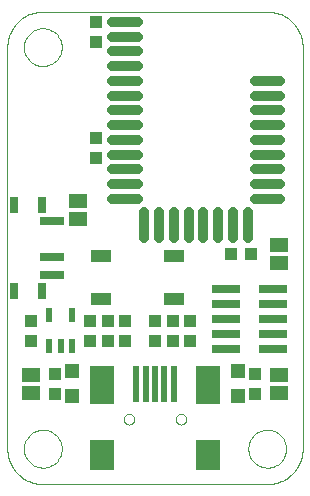
<source format=gtp>
G75*
G70*
%OFA0B0*%
%FSLAX24Y24*%
%IPPOS*%
%LPD*%
%AMOC8*
5,1,8,0,0,1.08239X$1,22.5*
%
%ADD10C,0.0000*%
%ADD11C,0.0335*%
%ADD12R,0.0630X0.0460*%
%ADD13R,0.0472X0.0472*%
%ADD14R,0.0787X0.0984*%
%ADD15R,0.0787X0.1299*%
%ADD16R,0.0197X0.1220*%
%ADD17R,0.0709X0.0433*%
%ADD18R,0.0945X0.0299*%
%ADD19R,0.0217X0.0472*%
%ADD20R,0.0394X0.0433*%
%ADD21R,0.0433X0.0394*%
%ADD22R,0.0315X0.0551*%
%ADD23R,0.0787X0.0315*%
D10*
X002428Y001468D02*
X002428Y014853D01*
X002979Y014853D02*
X002981Y014903D01*
X002987Y014953D01*
X002997Y015002D01*
X003011Y015050D01*
X003028Y015097D01*
X003049Y015142D01*
X003074Y015186D01*
X003102Y015227D01*
X003134Y015266D01*
X003168Y015303D01*
X003205Y015337D01*
X003245Y015367D01*
X003287Y015394D01*
X003331Y015418D01*
X003377Y015439D01*
X003424Y015455D01*
X003472Y015468D01*
X003522Y015477D01*
X003571Y015482D01*
X003622Y015483D01*
X003672Y015480D01*
X003721Y015473D01*
X003770Y015462D01*
X003818Y015447D01*
X003864Y015429D01*
X003909Y015407D01*
X003952Y015381D01*
X003993Y015352D01*
X004032Y015320D01*
X004068Y015285D01*
X004100Y015247D01*
X004130Y015207D01*
X004157Y015164D01*
X004180Y015120D01*
X004199Y015074D01*
X004215Y015026D01*
X004227Y014977D01*
X004235Y014928D01*
X004239Y014878D01*
X004239Y014828D01*
X004235Y014778D01*
X004227Y014729D01*
X004215Y014680D01*
X004199Y014632D01*
X004180Y014586D01*
X004157Y014542D01*
X004130Y014499D01*
X004100Y014459D01*
X004068Y014421D01*
X004032Y014386D01*
X003993Y014354D01*
X003952Y014325D01*
X003909Y014299D01*
X003864Y014277D01*
X003818Y014259D01*
X003770Y014244D01*
X003721Y014233D01*
X003672Y014226D01*
X003622Y014223D01*
X003571Y014224D01*
X003522Y014229D01*
X003472Y014238D01*
X003424Y014251D01*
X003377Y014267D01*
X003331Y014288D01*
X003287Y014312D01*
X003245Y014339D01*
X003205Y014369D01*
X003168Y014403D01*
X003134Y014440D01*
X003102Y014479D01*
X003074Y014520D01*
X003049Y014564D01*
X003028Y014609D01*
X003011Y014656D01*
X002997Y014704D01*
X002987Y014753D01*
X002981Y014803D01*
X002979Y014853D01*
X002428Y014853D02*
X002430Y014919D01*
X002435Y014985D01*
X002445Y015051D01*
X002458Y015116D01*
X002474Y015180D01*
X002494Y015243D01*
X002518Y015305D01*
X002545Y015365D01*
X002575Y015424D01*
X002609Y015481D01*
X002646Y015536D01*
X002686Y015589D01*
X002728Y015640D01*
X002774Y015688D01*
X002822Y015734D01*
X002873Y015776D01*
X002926Y015816D01*
X002981Y015853D01*
X003038Y015887D01*
X003097Y015917D01*
X003157Y015944D01*
X003219Y015968D01*
X003282Y015988D01*
X003346Y016004D01*
X003411Y016017D01*
X003477Y016027D01*
X003543Y016032D01*
X003609Y016034D01*
X011089Y016034D01*
X011155Y016032D01*
X011221Y016027D01*
X011287Y016017D01*
X011352Y016004D01*
X011416Y015988D01*
X011479Y015968D01*
X011541Y015944D01*
X011601Y015917D01*
X011660Y015887D01*
X011717Y015853D01*
X011772Y015816D01*
X011825Y015776D01*
X011876Y015734D01*
X011924Y015688D01*
X011970Y015640D01*
X012012Y015589D01*
X012052Y015536D01*
X012089Y015481D01*
X012123Y015424D01*
X012153Y015365D01*
X012180Y015305D01*
X012204Y015243D01*
X012224Y015180D01*
X012240Y015116D01*
X012253Y015051D01*
X012263Y014985D01*
X012268Y014919D01*
X012270Y014853D01*
X012271Y014853D02*
X012271Y001468D01*
X010459Y001468D02*
X010461Y001518D01*
X010467Y001568D01*
X010477Y001617D01*
X010491Y001665D01*
X010508Y001712D01*
X010529Y001757D01*
X010554Y001801D01*
X010582Y001842D01*
X010614Y001881D01*
X010648Y001918D01*
X010685Y001952D01*
X010725Y001982D01*
X010767Y002009D01*
X010811Y002033D01*
X010857Y002054D01*
X010904Y002070D01*
X010952Y002083D01*
X011002Y002092D01*
X011051Y002097D01*
X011102Y002098D01*
X011152Y002095D01*
X011201Y002088D01*
X011250Y002077D01*
X011298Y002062D01*
X011344Y002044D01*
X011389Y002022D01*
X011432Y001996D01*
X011473Y001967D01*
X011512Y001935D01*
X011548Y001900D01*
X011580Y001862D01*
X011610Y001822D01*
X011637Y001779D01*
X011660Y001735D01*
X011679Y001689D01*
X011695Y001641D01*
X011707Y001592D01*
X011715Y001543D01*
X011719Y001493D01*
X011719Y001443D01*
X011715Y001393D01*
X011707Y001344D01*
X011695Y001295D01*
X011679Y001247D01*
X011660Y001201D01*
X011637Y001157D01*
X011610Y001114D01*
X011580Y001074D01*
X011548Y001036D01*
X011512Y001001D01*
X011473Y000969D01*
X011432Y000940D01*
X011389Y000914D01*
X011344Y000892D01*
X011298Y000874D01*
X011250Y000859D01*
X011201Y000848D01*
X011152Y000841D01*
X011102Y000838D01*
X011051Y000839D01*
X011002Y000844D01*
X010952Y000853D01*
X010904Y000866D01*
X010857Y000882D01*
X010811Y000903D01*
X010767Y000927D01*
X010725Y000954D01*
X010685Y000984D01*
X010648Y001018D01*
X010614Y001055D01*
X010582Y001094D01*
X010554Y001135D01*
X010529Y001179D01*
X010508Y001224D01*
X010491Y001271D01*
X010477Y001319D01*
X010467Y001368D01*
X010461Y001418D01*
X010459Y001468D01*
X011089Y000287D02*
X011155Y000289D01*
X011221Y000294D01*
X011287Y000304D01*
X011352Y000317D01*
X011416Y000333D01*
X011479Y000353D01*
X011541Y000377D01*
X011601Y000404D01*
X011660Y000434D01*
X011717Y000468D01*
X011772Y000505D01*
X011825Y000545D01*
X011876Y000587D01*
X011924Y000633D01*
X011970Y000681D01*
X012012Y000732D01*
X012052Y000785D01*
X012089Y000840D01*
X012123Y000897D01*
X012153Y000956D01*
X012180Y001016D01*
X012204Y001078D01*
X012224Y001141D01*
X012240Y001205D01*
X012253Y001270D01*
X012263Y001336D01*
X012268Y001402D01*
X012270Y001468D01*
X011089Y000286D02*
X003609Y000286D01*
X002979Y001468D02*
X002981Y001518D01*
X002987Y001568D01*
X002997Y001617D01*
X003011Y001665D01*
X003028Y001712D01*
X003049Y001757D01*
X003074Y001801D01*
X003102Y001842D01*
X003134Y001881D01*
X003168Y001918D01*
X003205Y001952D01*
X003245Y001982D01*
X003287Y002009D01*
X003331Y002033D01*
X003377Y002054D01*
X003424Y002070D01*
X003472Y002083D01*
X003522Y002092D01*
X003571Y002097D01*
X003622Y002098D01*
X003672Y002095D01*
X003721Y002088D01*
X003770Y002077D01*
X003818Y002062D01*
X003864Y002044D01*
X003909Y002022D01*
X003952Y001996D01*
X003993Y001967D01*
X004032Y001935D01*
X004068Y001900D01*
X004100Y001862D01*
X004130Y001822D01*
X004157Y001779D01*
X004180Y001735D01*
X004199Y001689D01*
X004215Y001641D01*
X004227Y001592D01*
X004235Y001543D01*
X004239Y001493D01*
X004239Y001443D01*
X004235Y001393D01*
X004227Y001344D01*
X004215Y001295D01*
X004199Y001247D01*
X004180Y001201D01*
X004157Y001157D01*
X004130Y001114D01*
X004100Y001074D01*
X004068Y001036D01*
X004032Y001001D01*
X003993Y000969D01*
X003952Y000940D01*
X003909Y000914D01*
X003864Y000892D01*
X003818Y000874D01*
X003770Y000859D01*
X003721Y000848D01*
X003672Y000841D01*
X003622Y000838D01*
X003571Y000839D01*
X003522Y000844D01*
X003472Y000853D01*
X003424Y000866D01*
X003377Y000882D01*
X003331Y000903D01*
X003287Y000927D01*
X003245Y000954D01*
X003205Y000984D01*
X003168Y001018D01*
X003134Y001055D01*
X003102Y001094D01*
X003074Y001135D01*
X003049Y001179D01*
X003028Y001224D01*
X003011Y001271D01*
X002997Y001319D01*
X002987Y001368D01*
X002981Y001418D01*
X002979Y001468D01*
X002428Y001468D02*
X002430Y001402D01*
X002435Y001336D01*
X002445Y001270D01*
X002458Y001205D01*
X002474Y001141D01*
X002494Y001078D01*
X002518Y001016D01*
X002545Y000956D01*
X002575Y000897D01*
X002609Y000840D01*
X002646Y000785D01*
X002686Y000732D01*
X002728Y000681D01*
X002774Y000633D01*
X002822Y000587D01*
X002873Y000545D01*
X002926Y000505D01*
X002981Y000468D01*
X003038Y000434D01*
X003097Y000404D01*
X003157Y000377D01*
X003219Y000353D01*
X003282Y000333D01*
X003346Y000317D01*
X003411Y000304D01*
X003477Y000294D01*
X003543Y000289D01*
X003609Y000287D01*
X006306Y002452D02*
X006308Y002478D01*
X006314Y002504D01*
X006324Y002529D01*
X006337Y002552D01*
X006353Y002572D01*
X006373Y002590D01*
X006395Y002605D01*
X006418Y002617D01*
X006444Y002625D01*
X006470Y002629D01*
X006496Y002629D01*
X006522Y002625D01*
X006548Y002617D01*
X006572Y002605D01*
X006593Y002590D01*
X006613Y002572D01*
X006629Y002552D01*
X006642Y002529D01*
X006652Y002504D01*
X006658Y002478D01*
X006660Y002452D01*
X006658Y002426D01*
X006652Y002400D01*
X006642Y002375D01*
X006629Y002352D01*
X006613Y002332D01*
X006593Y002314D01*
X006571Y002299D01*
X006548Y002287D01*
X006522Y002279D01*
X006496Y002275D01*
X006470Y002275D01*
X006444Y002279D01*
X006418Y002287D01*
X006394Y002299D01*
X006373Y002314D01*
X006353Y002332D01*
X006337Y002352D01*
X006324Y002375D01*
X006314Y002400D01*
X006308Y002426D01*
X006306Y002452D01*
X008038Y002452D02*
X008040Y002478D01*
X008046Y002504D01*
X008056Y002529D01*
X008069Y002552D01*
X008085Y002572D01*
X008105Y002590D01*
X008127Y002605D01*
X008150Y002617D01*
X008176Y002625D01*
X008202Y002629D01*
X008228Y002629D01*
X008254Y002625D01*
X008280Y002617D01*
X008304Y002605D01*
X008325Y002590D01*
X008345Y002572D01*
X008361Y002552D01*
X008374Y002529D01*
X008384Y002504D01*
X008390Y002478D01*
X008392Y002452D01*
X008390Y002426D01*
X008384Y002400D01*
X008374Y002375D01*
X008361Y002352D01*
X008345Y002332D01*
X008325Y002314D01*
X008303Y002299D01*
X008280Y002287D01*
X008254Y002279D01*
X008228Y002275D01*
X008202Y002275D01*
X008176Y002279D01*
X008150Y002287D01*
X008126Y002299D01*
X008105Y002314D01*
X008085Y002332D01*
X008069Y002352D01*
X008056Y002375D01*
X008046Y002400D01*
X008040Y002426D01*
X008038Y002452D01*
D11*
X007979Y009351D02*
X007979Y009351D01*
X007979Y008505D01*
X007979Y008505D01*
X007979Y009351D01*
X007979Y008839D02*
X007979Y008839D01*
X007979Y009173D02*
X007979Y009173D01*
X007487Y009351D02*
X007487Y009351D01*
X007487Y008505D01*
X007487Y008505D01*
X007487Y009351D01*
X007487Y008839D02*
X007487Y008839D01*
X007487Y009173D02*
X007487Y009173D01*
X006995Y009351D02*
X006995Y009351D01*
X006995Y008505D01*
X006995Y008505D01*
X006995Y009351D01*
X006995Y008839D02*
X006995Y008839D01*
X006995Y009173D02*
X006995Y009173D01*
X006768Y009794D02*
X006768Y009794D01*
X005922Y009794D01*
X005922Y009794D01*
X006768Y009794D01*
X006768Y010286D02*
X006768Y010286D01*
X005922Y010286D01*
X005922Y010286D01*
X006768Y010286D01*
X006768Y010779D02*
X006768Y010779D01*
X005922Y010779D01*
X005922Y010779D01*
X006768Y010779D01*
X006768Y011271D02*
X006768Y011271D01*
X005922Y011271D01*
X005922Y011271D01*
X006768Y011271D01*
X006768Y011763D02*
X006768Y011763D01*
X005922Y011763D01*
X005922Y011763D01*
X006768Y011763D01*
X006768Y012255D02*
X006768Y012255D01*
X005922Y012255D01*
X005922Y012255D01*
X006768Y012255D01*
X006768Y012747D02*
X006768Y012747D01*
X005922Y012747D01*
X005922Y012747D01*
X006768Y012747D01*
X006768Y013239D02*
X006768Y013239D01*
X005922Y013239D01*
X005922Y013239D01*
X006768Y013239D01*
X006768Y013731D02*
X006768Y013731D01*
X005922Y013731D01*
X005922Y013731D01*
X006768Y013731D01*
X006768Y014223D02*
X006768Y014223D01*
X005922Y014223D01*
X005922Y014223D01*
X006768Y014223D01*
X006768Y014716D02*
X006768Y014716D01*
X005922Y014716D01*
X005922Y014716D01*
X006768Y014716D01*
X006768Y015208D02*
X006768Y015208D01*
X005922Y015208D01*
X005922Y015208D01*
X006768Y015208D01*
X006768Y015700D02*
X006768Y015700D01*
X005922Y015700D01*
X005922Y015700D01*
X006768Y015700D01*
X011512Y013731D02*
X011512Y013731D01*
X010666Y013731D01*
X010666Y013731D01*
X011512Y013731D01*
X011512Y013239D02*
X011512Y013239D01*
X010666Y013239D01*
X010666Y013239D01*
X011512Y013239D01*
X011512Y012747D02*
X011512Y012747D01*
X010666Y012747D01*
X010666Y012747D01*
X011512Y012747D01*
X011512Y012255D02*
X011512Y012255D01*
X010666Y012255D01*
X010666Y012255D01*
X011512Y012255D01*
X011512Y011763D02*
X011512Y011763D01*
X010666Y011763D01*
X010666Y011763D01*
X011512Y011763D01*
X011512Y011271D02*
X011512Y011271D01*
X010666Y011271D01*
X010666Y011271D01*
X011512Y011271D01*
X011512Y010779D02*
X011512Y010779D01*
X010666Y010779D01*
X010666Y010779D01*
X011512Y010779D01*
X011512Y010286D02*
X011512Y010286D01*
X010666Y010286D01*
X010666Y010286D01*
X011512Y010286D01*
X011512Y009794D02*
X011512Y009794D01*
X010666Y009794D01*
X010666Y009794D01*
X011512Y009794D01*
X010440Y009351D02*
X010440Y009351D01*
X010440Y008505D01*
X010440Y008505D01*
X010440Y009351D01*
X010440Y008839D02*
X010440Y008839D01*
X010440Y009173D02*
X010440Y009173D01*
X009948Y009351D02*
X009948Y009351D01*
X009948Y008505D01*
X009948Y008505D01*
X009948Y009351D01*
X009948Y008839D02*
X009948Y008839D01*
X009948Y009173D02*
X009948Y009173D01*
X009456Y009351D02*
X009456Y009351D01*
X009456Y008505D01*
X009456Y008505D01*
X009456Y009351D01*
X009456Y008839D02*
X009456Y008839D01*
X009456Y009173D02*
X009456Y009173D01*
X008964Y009351D02*
X008964Y009351D01*
X008964Y008505D01*
X008964Y008505D01*
X008964Y009351D01*
X008964Y008839D02*
X008964Y008839D01*
X008964Y009173D02*
X008964Y009173D01*
X008471Y009351D02*
X008471Y009351D01*
X008471Y008505D01*
X008471Y008505D01*
X008471Y009351D01*
X008471Y008839D02*
X008471Y008839D01*
X008471Y009173D02*
X008471Y009173D01*
D12*
X011483Y008264D03*
X011483Y007664D03*
X011483Y003933D03*
X011483Y003333D03*
X004790Y009140D03*
X004790Y009740D03*
X003215Y003933D03*
X003215Y003333D03*
D13*
X004593Y003220D03*
X004593Y004046D03*
X010105Y004046D03*
X010105Y003220D03*
D14*
X009101Y001271D03*
X005597Y001271D03*
D15*
X005597Y003594D03*
X009101Y003594D03*
D16*
X007979Y003633D03*
X007664Y003633D03*
X007349Y003633D03*
X007034Y003633D03*
X006719Y003633D03*
D17*
X005538Y006448D03*
X005538Y007905D03*
X007979Y007905D03*
X007979Y006448D03*
D18*
X009731Y006298D03*
X009731Y005798D03*
X009731Y005298D03*
X009731Y004798D03*
X009731Y006798D03*
X011267Y006798D03*
X011267Y006298D03*
X011267Y005798D03*
X011267Y005298D03*
X011267Y004798D03*
D19*
X004574Y004893D03*
X004200Y004893D03*
X003826Y004893D03*
X003826Y005916D03*
X004574Y005916D03*
D20*
X005184Y005739D03*
X005184Y005070D03*
X005775Y005070D03*
X005775Y005739D03*
X003215Y005739D03*
X003215Y005070D03*
X005381Y011172D03*
X005381Y011842D03*
X005381Y015011D03*
X005381Y015680D03*
D21*
X009869Y007964D03*
X010538Y007964D03*
X008530Y005739D03*
X008530Y005070D03*
X007940Y005070D03*
X007940Y005739D03*
X007349Y005739D03*
X007349Y005070D03*
X006365Y005070D03*
X006365Y005739D03*
X004003Y003968D03*
X004003Y003298D03*
X010696Y003298D03*
X010696Y003968D03*
D22*
X003570Y006723D03*
X002664Y006723D03*
X002664Y009597D03*
X003570Y009597D03*
D23*
X003904Y009046D03*
X003904Y007865D03*
X003904Y007275D03*
M02*

</source>
